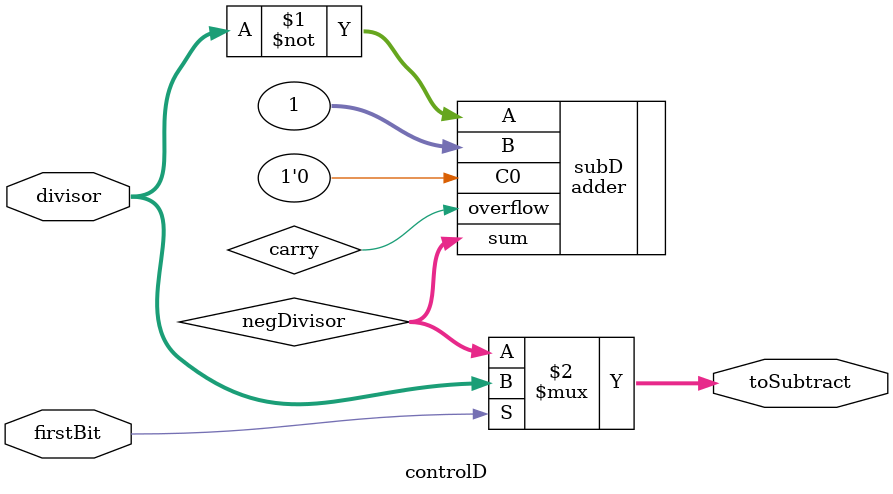
<source format=v>
module controlD(firstBit, divisor, toSubtract);
    input firstBit;
    input [31:0] divisor;
    output [31:0] toSubtract;

    wire [31:0] negDivisor;
    wire carry;

    adder subD(.A(~divisor), .B(32'd1), .C0(1'b0), .sum(negDivisor), .overflow(carry));

    assign toSubtract = firstBit ? divisor : negDivisor;

endmodule
</source>
